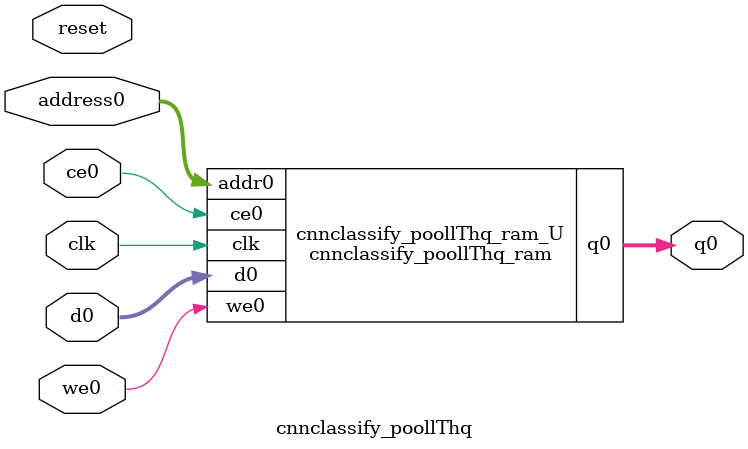
<source format=v>

`timescale 1 ns / 1 ps
module cnnclassify_poollThq_ram (addr0, ce0, d0, we0, q0,  clk);

parameter DWIDTH = 32;
parameter AWIDTH = 10;
parameter MEM_SIZE = 864;

input[AWIDTH-1:0] addr0;
input ce0;
input[DWIDTH-1:0] d0;
input we0;
output reg[DWIDTH-1:0] q0;
input clk;

(* ram_style = "block" *)reg [DWIDTH-1:0] ram[0:MEM_SIZE-1];




always @(posedge clk)  
begin 
    if (ce0) 
    begin
        if (we0) 
        begin 
            ram[addr0] <= d0; 
            q0 <= d0;
        end 
        else 
            q0 <= ram[addr0];
    end
end


endmodule


`timescale 1 ns / 1 ps
module cnnclassify_poollThq(
    reset,
    clk,
    address0,
    ce0,
    we0,
    d0,
    q0);

parameter DataWidth = 32'd32;
parameter AddressRange = 32'd864;
parameter AddressWidth = 32'd10;
input reset;
input clk;
input[AddressWidth - 1:0] address0;
input ce0;
input we0;
input[DataWidth - 1:0] d0;
output[DataWidth - 1:0] q0;



cnnclassify_poollThq_ram cnnclassify_poollThq_ram_U(
    .clk( clk ),
    .addr0( address0 ),
    .ce0( ce0 ),
    .we0( we0 ),
    .d0( d0 ),
    .q0( q0 ));

endmodule


</source>
